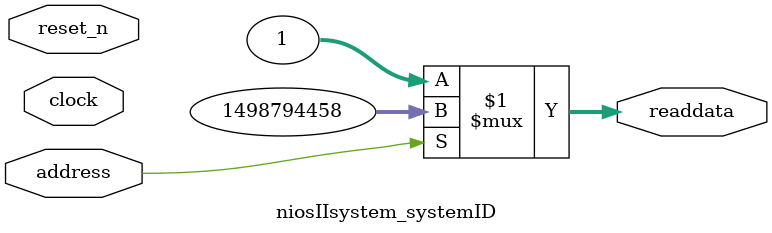
<source format=v>



// synthesis translate_off
`timescale 1ns / 1ps
// synthesis translate_on

// turn off superfluous verilog processor warnings 
// altera message_level Level1 
// altera message_off 10034 10035 10036 10037 10230 10240 10030 

module niosIIsystem_systemID (
               // inputs:
                address,
                clock,
                reset_n,

               // outputs:
                readdata
             )
;

  output  [ 31: 0] readdata;
  input            address;
  input            clock;
  input            reset_n;

  wire    [ 31: 0] readdata;
  //control_slave, which is an e_avalon_slave
  assign readdata = address ? 1498794458 : 1;

endmodule



</source>
